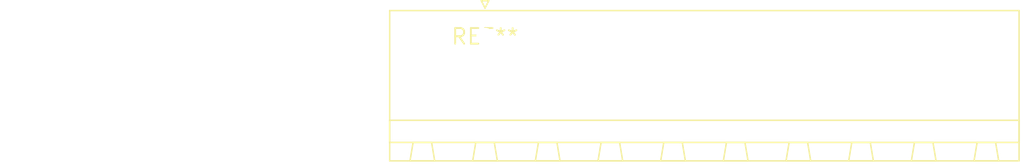
<source format=kicad_pcb>
(kicad_pcb (version 20240108) (generator pcbnew)
  (layers (0 "F.Cu" signal) (31 "B.Cu" signal) (34 "B.Paste" user) (35 "F.Paste" user) (36 "B.SilkS" user "B.Silkscreen") (37 "F.SilkS" user "F.Silkscreen") (38 "B.Mask" user) (39 "F.Mask" user) (44 "Edge.Cuts" user))
  (net 0 "")
  (footprint "PhoenixContact_MSTB_2,5_8-GF-5,08_1x08_P5.08mm_Horizontal_ThreadedFlange" (layer "F.Cu") (at 0 0)
    (property "Reference" "REF**")
    (property "Value" "PhoenixContact_MSTB_2,5_8-GF-5,08_1x08_P5.08mm_Horizontal_ThreadedFlange")
    (fp_line (start -7.73 -2.11) (end -7.73 10.11) (layer "F.SilkS") (stroke (width 0.12)))
    (fp_line (start -7.73 6.81) (end 43.29 6.81) (layer "F.SilkS") (stroke (width 0.12)))
    (fp_line (start -7.73 8.61) (end -7.73 6.81) (layer "F.SilkS") (stroke (width 0.12)))
    (fp_line (start -7.73 10.11) (end 43.29 10.11) (layer "F.SilkS") (stroke (width 0.12)))
    (fp_line (start -6.08 10.11) (end -4.08 10.11) (layer "F.SilkS") (stroke (width 0.12)))
    (fp_line (start -5.83 8.61) (end -6.08 10.11) (layer "F.SilkS") (stroke (width 0.12)))
    (fp_line (start -4.33 8.61) (end -5.83 8.61) (layer "F.SilkS") (stroke (width 0.12)))
    (fp_line (start -4.08 10.11) (end -4.33 8.61) (layer "F.SilkS") (stroke (width 0.12)))
    (fp_line (start -1 10.11) (end 1 10.11) (layer "F.SilkS") (stroke (width 0.12)))
    (fp_line (start -0.75 8.61) (end -1 10.11) (layer "F.SilkS") (stroke (width 0.12)))
    (fp_line (start -0.3 -2.91) (end 0.3 -2.91) (layer "F.SilkS") (stroke (width 0.12)))
    (fp_line (start 0 -2.31) (end -0.3 -2.91) (layer "F.SilkS") (stroke (width 0.12)))
    (fp_line (start 0.3 -2.91) (end 0 -2.31) (layer "F.SilkS") (stroke (width 0.12)))
    (fp_line (start 0.75 8.61) (end -0.75 8.61) (layer "F.SilkS") (stroke (width 0.12)))
    (fp_line (start 1 10.11) (end 0.75 8.61) (layer "F.SilkS") (stroke (width 0.12)))
    (fp_line (start 4.08 10.11) (end 6.08 10.11) (layer "F.SilkS") (stroke (width 0.12)))
    (fp_line (start 4.33 8.61) (end 4.08 10.11) (layer "F.SilkS") (stroke (width 0.12)))
    (fp_line (start 5.83 8.61) (end 4.33 8.61) (layer "F.SilkS") (stroke (width 0.12)))
    (fp_line (start 6.08 10.11) (end 5.83 8.61) (layer "F.SilkS") (stroke (width 0.12)))
    (fp_line (start 9.16 10.11) (end 11.16 10.11) (layer "F.SilkS") (stroke (width 0.12)))
    (fp_line (start 9.41 8.61) (end 9.16 10.11) (layer "F.SilkS") (stroke (width 0.12)))
    (fp_line (start 10.91 8.61) (end 9.41 8.61) (layer "F.SilkS") (stroke (width 0.12)))
    (fp_line (start 11.16 10.11) (end 10.91 8.61) (layer "F.SilkS") (stroke (width 0.12)))
    (fp_line (start 14.24 10.11) (end 16.24 10.11) (layer "F.SilkS") (stroke (width 0.12)))
    (fp_line (start 14.49 8.61) (end 14.24 10.11) (layer "F.SilkS") (stroke (width 0.12)))
    (fp_line (start 15.99 8.61) (end 14.49 8.61) (layer "F.SilkS") (stroke (width 0.12)))
    (fp_line (start 16.24 10.11) (end 15.99 8.61) (layer "F.SilkS") (stroke (width 0.12)))
    (fp_line (start 19.32 10.11) (end 21.32 10.11) (layer "F.SilkS") (stroke (width 0.12)))
    (fp_line (start 19.57 8.61) (end 19.32 10.11) (layer "F.SilkS") (stroke (width 0.12)))
    (fp_line (start 21.07 8.61) (end 19.57 8.61) (layer "F.SilkS") (stroke (width 0.12)))
    (fp_line (start 21.32 10.11) (end 21.07 8.61) (layer "F.SilkS") (stroke (width 0.12)))
    (fp_line (start 24.4 10.11) (end 26.4 10.11) (layer "F.SilkS") (stroke (width 0.12)))
    (fp_line (start 24.65 8.61) (end 24.4 10.11) (layer "F.SilkS") (stroke (width 0.12)))
    (fp_line (start 26.15 8.61) (end 24.65 8.61) (layer "F.SilkS") (stroke (width 0.12)))
    (fp_line (start 26.4 10.11) (end 26.15 8.61) (layer "F.SilkS") (stroke (width 0.12)))
    (fp_line (start 29.48 10.11) (end 31.48 10.11) (layer "F.SilkS") (stroke (width 0.12)))
    (fp_line (start 29.73 8.61) (end 29.48 10.11) (layer "F.SilkS") (stroke (width 0.12)))
    (fp_line (start 31.23 8.61) (end 29.73 8.61) (layer "F.SilkS") (stroke (width 0.12)))
    (fp_line (start 31.48 10.11) (end 31.23 8.61) (layer "F.SilkS") (stroke (width 0.12)))
    (fp_line (start 34.56 10.11) (end 36.56 10.11) (layer "F.SilkS") (stroke (width 0.12)))
    (fp_line (start 34.81 8.61) (end 34.56 10.11) (layer "F.SilkS") (stroke (width 0.12)))
    (fp_line (start 36.31 8.61) (end 34.81 8.61) (layer "F.SilkS") (stroke (width 0.12)))
    (fp_line (start 36.56 10.11) (end 36.31 8.61) (layer "F.SilkS") (stroke (width 0.12)))
    (fp_line (start 39.64 10.11) (end 41.64 10.11) (layer "F.SilkS") (stroke (width 0.12)))
    (fp_line (start 39.89 8.61) (end 39.64 10.11) (layer "F.SilkS") (stroke (width 0.12)))
    (fp_line (start 41.39 8.61) (end 39.89 8.61) (layer "F.SilkS") (stroke (width 0.12)))
    (fp_line (start 41.64 10.11) (end 41.39 8.61) (layer "F.SilkS") (stroke (width 0.12)))
    (fp_line (start 43.29 -2.11) (end -7.73 -2.11) (layer "F.SilkS") (stroke (width 0.12)))
    (fp_line (start 43.29 6.81) (end 43.29 8.61) (layer "F.SilkS") (stroke (width 0.12)))
    (fp_line (start 43.29 8.61) (end -7.73 8.61) (layer "F.SilkS") (stroke (width 0.12)))
    (fp_line (start 43.29 10.11) (end 43.29 -2.11) (layer "F.SilkS") (stroke (width 0.12)))
    (pad "1" thru_hole roundrect (at 0 0) (size 2.08 3.6) (drill 1.4) (layers *.Cu *.Mask) (remove_unused_layers) (roundrect_rratio 0.120192))
    (pad "2" thru_hole oval (at 5.08 0) (size 2.08 3.6) (drill 1.4) (layers *.Cu *.Mask) (remove_unused_layers))
    (pad "3" thru_hole oval (at 10.16 0) (size 2.08 3.6) (drill 1.4) (layers *.Cu *.Mask) (remove_unused_layers))
    (pad "4" thru_hole oval (at 15.24 0) (size 2.08 3.6) (drill 1.4) (layers *.Cu *.Mask) (remove_unused_layers))
    (pad "5" thru_hole oval (at 20.32 0) (size 2.08 3.6) (drill 1.4) (layers *.Cu *.Mask) (remove_unused_layers))
    (pad "6" thru_hole oval (at 25.4 0) (size 2.08 3.6) (drill 1.4) (layers *.Cu *.Mask) (remove_unused_layers))
    (pad "7" thru_hole oval (at 30.48 0) (size 2.08 3.6) (drill 1.4) (layers *.Cu *.Mask) (remove_unused_layers))
    (pad "8" thru_hole oval (at 35.56 0) (size 2.08 3.6) (drill 1.4) (layers *.Cu *.Mask) (remove_unused_layers))
  )
)
</source>
